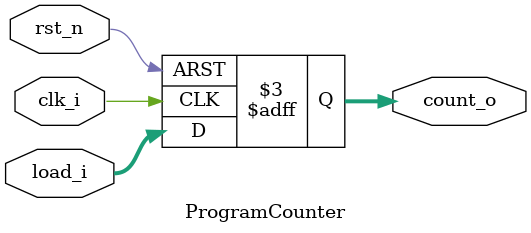
<source format=v>
module ProgramCounter
(
    clk_i,  // System clock
    rst_n,  // All reset
    load_i, // Next PC address
    count_o // PC address for now
);
//*****************************************************************************
    // I/O port declaration
    input  wire          clk_i;   // System clock
    input  wire          rst_n;   // All reset
    input  wire [32-1:0] load_i;  // Next PC address
    output reg  [32-1:0] count_o; // PC address for now
//*****************************************************************************
// Block : PC data out
    always @(posedge clk_i or negedge rst_n) 
    begin
        if(~rst_n)
            count_o <= 0;
        else
            count_o <= load_i;
    end
//*****************************************************************************
endmodule

</source>
